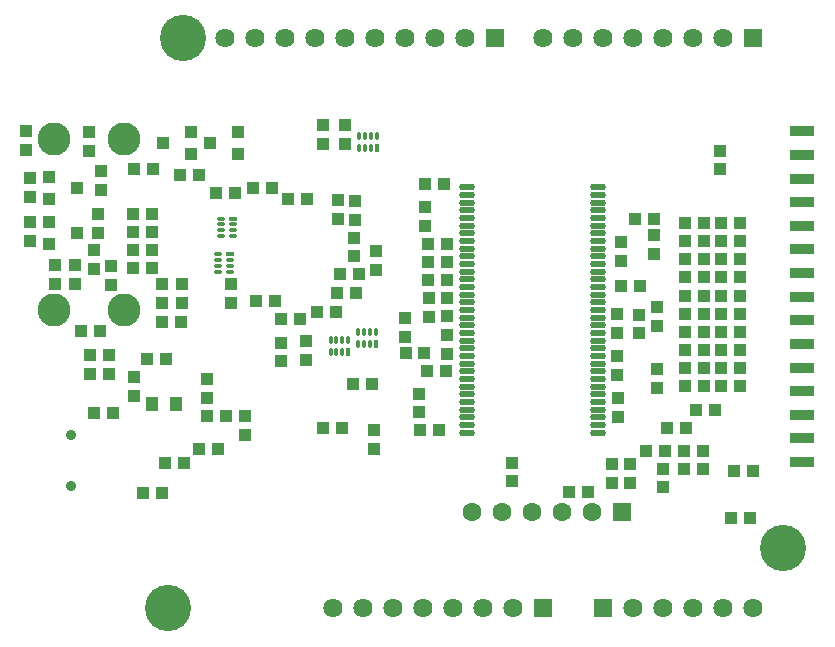
<source format=gbs>
%FSLAX25Y25*%
%MOIN*%
G70*
G01*
G75*
G04 Layer_Color=16711935*
%ADD10O,0.03150X0.01181*%
%ADD11O,0.01181X0.03150*%
%ADD12R,0.09843X0.09843*%
%ADD13R,0.06102X0.02362*%
%ADD14R,0.10236X0.01102*%
%ADD15R,0.05906X0.01181*%
%ADD16R,0.01181X0.05906*%
%ADD17R,0.09843X0.07874*%
%ADD18R,0.09055X0.01969*%
%ADD19R,0.03937X0.03740*%
%ADD20R,0.01870X0.00787*%
%ADD21R,0.03937X0.03937*%
%ADD22R,0.02362X0.03937*%
%ADD23R,0.03937X0.02362*%
%ADD24R,0.03937X0.03937*%
%ADD25O,0.06102X0.00984*%
%ADD26O,0.00984X0.06102*%
%ADD27R,0.19685X0.19685*%
%ADD28R,0.03740X0.03937*%
%ADD29R,0.05512X0.12598*%
%ADD30R,0.03937X0.04724*%
%ADD31R,0.08661X0.07874*%
%ADD32R,0.04724X0.05512*%
%ADD33R,0.09055X0.09055*%
%ADD34O,0.01181X0.03543*%
%ADD35O,0.03543X0.01181*%
%ADD36R,0.02362X0.03150*%
%ADD37R,0.03543X0.03937*%
%ADD38R,0.00984X0.02362*%
%ADD39O,0.00984X0.02362*%
%ADD40R,0.03150X0.02362*%
%ADD41R,0.12598X0.05512*%
%ADD42R,0.02559X0.03543*%
%ADD43R,0.03937X0.03543*%
%ADD44R,0.07874X0.03150*%
%ADD45R,0.03543X0.03150*%
%ADD46C,0.00600*%
%ADD47C,0.01200*%
%ADD48C,0.01000*%
%ADD49C,0.00787*%
%ADD50C,0.00800*%
%ADD51C,0.02000*%
%ADD52C,0.01500*%
%ADD53C,0.15000*%
%ADD54R,0.06000X0.06000*%
%ADD55C,0.06000*%
%ADD56C,0.10600*%
%ADD57C,0.01969*%
%ADD58R,0.05906X0.05906*%
%ADD59C,0.05906*%
%ADD60C,0.02600*%
%ADD61C,0.04000*%
%ADD62R,0.07087X0.12205*%
%ADD63R,0.10236X0.02362*%
%ADD64R,0.14961X0.08268*%
%ADD65R,0.07874X0.17323*%
%ADD66C,0.14998*%
%ADD67C,0.05400*%
%ADD68C,0.10400*%
%ADD69C,0.05943*%
%ADD70C,0.03600*%
%ADD71R,0.05512X0.14173*%
%ADD72R,0.15748X0.08268*%
%ADD73R,0.12205X0.17716*%
%ADD74R,0.19685X0.02756*%
%ADD75R,0.02362X0.00984*%
%ADD76O,0.02362X0.00984*%
%ADD77O,0.04921X0.01772*%
%ADD78R,0.03740X0.03543*%
%ADD79R,0.03740X0.03543*%
%ADD80C,0.00984*%
%ADD81C,0.02362*%
%ADD82C,0.00394*%
%ADD83C,0.00591*%
%ADD84C,0.01181*%
%ADD85C,0.00700*%
%ADD86O,0.03550X0.01581*%
%ADD87O,0.01581X0.03550*%
%ADD88R,0.10243X0.10243*%
%ADD89R,0.06502X0.02762*%
%ADD90R,0.10636X0.01502*%
%ADD91R,0.06306X0.01581*%
%ADD92R,0.01581X0.06306*%
%ADD93R,0.10243X0.08274*%
%ADD94R,0.09455X0.02369*%
%ADD95R,0.04337X0.04140*%
%ADD96R,0.02270X0.01187*%
%ADD97R,0.04337X0.04337*%
%ADD98R,0.02762X0.04337*%
%ADD99R,0.04337X0.02762*%
%ADD100R,0.04337X0.04337*%
%ADD101O,0.06502X0.01384*%
%ADD102O,0.01384X0.06502*%
%ADD103R,0.20085X0.20085*%
%ADD104R,0.04140X0.04337*%
%ADD105R,0.05912X0.12998*%
%ADD106R,0.04337X0.05124*%
%ADD107R,0.09061X0.08274*%
%ADD108R,0.05124X0.05912*%
%ADD109R,0.09455X0.09455*%
%ADD110O,0.01581X0.03943*%
%ADD111O,0.03943X0.01581*%
%ADD112R,0.02762X0.03550*%
%ADD113R,0.03943X0.04337*%
%ADD114R,0.01384X0.02762*%
%ADD115O,0.01384X0.02762*%
%ADD116R,0.03550X0.02762*%
%ADD117R,0.12998X0.05912*%
%ADD118R,0.02959X0.03943*%
%ADD119R,0.04337X0.03943*%
%ADD120R,0.08274X0.03550*%
%ADD121R,0.03943X0.03550*%
%ADD122C,0.15400*%
%ADD123R,0.06400X0.06400*%
%ADD124C,0.06400*%
%ADD125C,0.11000*%
%ADD126C,0.03543*%
%ADD127R,0.06306X0.06306*%
%ADD128C,0.06306*%
%ADD129R,0.02762X0.01384*%
%ADD130O,0.02762X0.01384*%
%ADD131O,0.05321X0.02172*%
%ADD132R,0.04140X0.03943*%
%ADD133R,0.04140X0.03943*%
D95*
X263000Y318650D02*
D03*
Y312350D02*
D03*
X257500Y324850D02*
D03*
Y331150D02*
D03*
X293843Y286150D02*
D03*
Y279851D02*
D03*
X286444Y322607D02*
D03*
Y328906D02*
D03*
X284500Y260350D02*
D03*
Y266650D02*
D03*
X294000Y298650D02*
D03*
Y292350D02*
D03*
X364047Y268371D02*
D03*
Y274670D02*
D03*
X351000Y258850D02*
D03*
Y265150D02*
D03*
X350500Y279150D02*
D03*
Y272850D02*
D03*
X363944Y289135D02*
D03*
Y295434D02*
D03*
X357761Y292991D02*
D03*
Y286692D02*
D03*
X350434Y293150D02*
D03*
Y286851D02*
D03*
X363056Y313291D02*
D03*
Y319590D02*
D03*
X222000Y303150D02*
D03*
Y296850D02*
D03*
X238500Y283650D02*
D03*
Y277350D02*
D03*
X169900Y309350D02*
D03*
Y303050D02*
D03*
X153700Y347950D02*
D03*
Y354250D02*
D03*
X205500Y303150D02*
D03*
Y296850D02*
D03*
X287843Y298552D02*
D03*
Y292253D02*
D03*
X315500Y243650D02*
D03*
Y237350D02*
D03*
X384964Y341350D02*
D03*
Y347649D02*
D03*
D104*
X394750Y225000D02*
D03*
X388450D02*
D03*
X174850Y279500D02*
D03*
X181150D02*
D03*
X211350Y248000D02*
D03*
X217650D02*
D03*
X174850Y273000D02*
D03*
X181150D02*
D03*
X171948Y287434D02*
D03*
X178247D02*
D03*
X287607Y304453D02*
D03*
X293906D02*
D03*
X284850Y254500D02*
D03*
X291150D02*
D03*
X287350Y274000D02*
D03*
X293650D02*
D03*
X292950Y336500D02*
D03*
X286650D02*
D03*
X358090Y302342D02*
D03*
X351791D02*
D03*
X356509Y324851D02*
D03*
X362808D02*
D03*
X257350Y300000D02*
D03*
X263650D02*
D03*
X236650Y297500D02*
D03*
X230350D02*
D03*
X223150Y333500D02*
D03*
X216850D02*
D03*
X235650Y335000D02*
D03*
X229350D02*
D03*
X247150Y331500D02*
D03*
X240850D02*
D03*
X383150Y261000D02*
D03*
X376850D02*
D03*
X373650Y255000D02*
D03*
X367350D02*
D03*
X379150Y241500D02*
D03*
X372850D02*
D03*
X198750Y233400D02*
D03*
X192450D02*
D03*
X195650Y308500D02*
D03*
X189350D02*
D03*
Y326500D02*
D03*
X195650D02*
D03*
X182650Y260000D02*
D03*
X176350D02*
D03*
X268893Y269842D02*
D03*
X262594D02*
D03*
D106*
X203437Y263000D02*
D03*
X195563D02*
D03*
D113*
X280086Y280047D02*
D03*
X286385D02*
D03*
X385350Y293200D02*
D03*
X391650D02*
D03*
X373350D02*
D03*
X379650D02*
D03*
X391650Y299200D02*
D03*
X385350D02*
D03*
X379650D02*
D03*
X373350D02*
D03*
X373350Y305500D02*
D03*
X379650D02*
D03*
X385350D02*
D03*
X391650D02*
D03*
Y311500D02*
D03*
X385350D02*
D03*
X379650D02*
D03*
X373350D02*
D03*
X373350Y269200D02*
D03*
X379650D02*
D03*
X385350D02*
D03*
X391650D02*
D03*
Y275200D02*
D03*
X385350D02*
D03*
X379650D02*
D03*
X373350D02*
D03*
X373350Y317500D02*
D03*
X379650D02*
D03*
X385350D02*
D03*
X391650D02*
D03*
Y323500D02*
D03*
X385350D02*
D03*
X379650D02*
D03*
X373350D02*
D03*
X373350Y281200D02*
D03*
X379650D02*
D03*
X385350D02*
D03*
X391650D02*
D03*
Y287200D02*
D03*
X385350D02*
D03*
X379650D02*
D03*
X373350D02*
D03*
X199850Y243500D02*
D03*
X206150D02*
D03*
X395750Y240900D02*
D03*
X389450D02*
D03*
X379150Y247500D02*
D03*
X372850D02*
D03*
X340846Y233741D02*
D03*
X334546D02*
D03*
X189550Y341600D02*
D03*
X195850D02*
D03*
X220150Y259000D02*
D03*
X213850D02*
D03*
X205150Y290500D02*
D03*
X198850D02*
D03*
X195650Y314500D02*
D03*
X189350D02*
D03*
Y320500D02*
D03*
X195650D02*
D03*
X360350Y247500D02*
D03*
X366650D02*
D03*
X204850Y339500D02*
D03*
X211150D02*
D03*
X193850Y278000D02*
D03*
X200150D02*
D03*
X293922Y316556D02*
D03*
X287623D02*
D03*
X293922Y310658D02*
D03*
X287623D02*
D03*
X256914Y293761D02*
D03*
X250615D02*
D03*
X238670Y291361D02*
D03*
X244969D02*
D03*
X264422Y306453D02*
D03*
X258123D02*
D03*
X258914Y255058D02*
D03*
X252615D02*
D03*
D114*
X270472Y348583D02*
D03*
X261007Y280583D02*
D03*
X270205Y283165D02*
D03*
D115*
X268503Y348583D02*
D03*
X266535D02*
D03*
X264566D02*
D03*
X270472Y352520D02*
D03*
X268503D02*
D03*
X266535D02*
D03*
X264566D02*
D03*
X259039Y280583D02*
D03*
X257070D02*
D03*
X255102D02*
D03*
X261007Y284520D02*
D03*
X259039D02*
D03*
X257070D02*
D03*
X255102D02*
D03*
X268237Y283165D02*
D03*
X266268D02*
D03*
X264300D02*
D03*
X270205Y287102D02*
D03*
X268237D02*
D03*
X266268D02*
D03*
X264300D02*
D03*
D119*
X176100Y314450D02*
D03*
Y308150D02*
D03*
X182000Y302750D02*
D03*
Y309050D02*
D03*
X270400Y314150D02*
D03*
Y307850D02*
D03*
X252500Y356150D02*
D03*
Y349850D02*
D03*
X279954Y285570D02*
D03*
Y291869D02*
D03*
X246924Y284150D02*
D03*
Y277851D02*
D03*
X352000Y310850D02*
D03*
Y317150D02*
D03*
X163400Y303050D02*
D03*
Y309350D02*
D03*
X178600Y340950D02*
D03*
Y334650D02*
D03*
X177600Y326450D02*
D03*
Y320150D02*
D03*
X154900Y332050D02*
D03*
Y338350D02*
D03*
Y317550D02*
D03*
Y323850D02*
D03*
X260000Y356150D02*
D03*
Y349850D02*
D03*
X366000Y235350D02*
D03*
Y241650D02*
D03*
X174600Y353950D02*
D03*
Y347650D02*
D03*
X349000Y236850D02*
D03*
Y243150D02*
D03*
X355000Y243150D02*
D03*
Y236850D02*
D03*
X199000Y303150D02*
D03*
Y296850D02*
D03*
X214000Y271450D02*
D03*
Y265150D02*
D03*
X226500Y252850D02*
D03*
Y259150D02*
D03*
X189500Y265850D02*
D03*
Y272150D02*
D03*
X263239Y330922D02*
D03*
Y324623D02*
D03*
X269729Y254453D02*
D03*
Y248154D02*
D03*
D120*
X412400Y354036D02*
D03*
Y243800D02*
D03*
Y251674D02*
D03*
Y259548D02*
D03*
Y267422D02*
D03*
Y275296D02*
D03*
Y283170D02*
D03*
Y291044D02*
D03*
Y298918D02*
D03*
Y306792D02*
D03*
Y314666D02*
D03*
Y322540D02*
D03*
Y330414D02*
D03*
Y346162D02*
D03*
Y338288D02*
D03*
D122*
X406000Y215000D02*
D03*
X201000Y195000D02*
D03*
X206000Y385000D02*
D03*
D123*
X346000Y195000D02*
D03*
X310000Y385000D02*
D03*
X396000D02*
D03*
X326000Y195000D02*
D03*
D124*
X356000D02*
D03*
X366000D02*
D03*
X376000D02*
D03*
X386000D02*
D03*
X396000D02*
D03*
X300000Y385000D02*
D03*
X290000D02*
D03*
X280000D02*
D03*
X270000D02*
D03*
X260000D02*
D03*
X250000D02*
D03*
X240000D02*
D03*
X230000D02*
D03*
X220000D02*
D03*
X366000D02*
D03*
X356000D02*
D03*
X346000D02*
D03*
X336000D02*
D03*
X326000D02*
D03*
X386000D02*
D03*
X376000D02*
D03*
X296000Y195000D02*
D03*
X286000D02*
D03*
X276000D02*
D03*
X266000D02*
D03*
X256000D02*
D03*
X316000D02*
D03*
X306000D02*
D03*
D125*
X162743Y351443D02*
D03*
X186208D02*
D03*
Y294357D02*
D03*
X162743D02*
D03*
D126*
X168484Y235669D02*
D03*
Y252991D02*
D03*
D127*
X352306Y227178D02*
D03*
D128*
X342306D02*
D03*
X332306D02*
D03*
X322306D02*
D03*
X312306D02*
D03*
X302306D02*
D03*
D129*
X221616Y313007D02*
D03*
X222516Y324972D02*
D03*
D130*
X221616Y311039D02*
D03*
Y309070D02*
D03*
Y307102D02*
D03*
X217679Y313007D02*
D03*
Y311039D02*
D03*
Y309070D02*
D03*
Y307102D02*
D03*
X218580Y319066D02*
D03*
Y321035D02*
D03*
Y323003D02*
D03*
Y324972D02*
D03*
X222516Y319066D02*
D03*
Y321035D02*
D03*
Y323003D02*
D03*
D131*
X344350Y253555D02*
D03*
Y256114D02*
D03*
Y258673D02*
D03*
Y261232D02*
D03*
Y263791D02*
D03*
Y266350D02*
D03*
Y268910D02*
D03*
Y271468D02*
D03*
Y274028D02*
D03*
Y276587D02*
D03*
Y279146D02*
D03*
Y281705D02*
D03*
Y284264D02*
D03*
Y286823D02*
D03*
Y289382D02*
D03*
Y291941D02*
D03*
Y294500D02*
D03*
Y297059D02*
D03*
Y299618D02*
D03*
Y302177D02*
D03*
Y304736D02*
D03*
Y307295D02*
D03*
Y309854D02*
D03*
Y312413D02*
D03*
Y314972D02*
D03*
Y317531D02*
D03*
Y320091D02*
D03*
Y322650D02*
D03*
Y325209D02*
D03*
Y327768D02*
D03*
Y330327D02*
D03*
Y332886D02*
D03*
Y335445D02*
D03*
X300650D02*
D03*
Y332886D02*
D03*
Y330327D02*
D03*
Y327768D02*
D03*
Y325209D02*
D03*
Y322650D02*
D03*
Y320091D02*
D03*
Y317531D02*
D03*
Y314972D02*
D03*
Y312413D02*
D03*
Y309854D02*
D03*
Y307295D02*
D03*
Y304736D02*
D03*
Y302177D02*
D03*
Y299618D02*
D03*
Y297059D02*
D03*
Y294500D02*
D03*
Y291941D02*
D03*
Y289382D02*
D03*
Y286823D02*
D03*
Y284264D02*
D03*
Y281705D02*
D03*
Y279146D02*
D03*
Y276587D02*
D03*
Y274028D02*
D03*
Y271468D02*
D03*
Y268910D02*
D03*
Y266350D02*
D03*
Y263791D02*
D03*
Y261232D02*
D03*
Y258673D02*
D03*
Y256114D02*
D03*
Y253555D02*
D03*
D132*
X161374Y316510D02*
D03*
X170626Y320250D02*
D03*
X161374Y331509D02*
D03*
X170626Y335250D02*
D03*
X199174Y350150D02*
D03*
X208426Y353890D02*
D03*
X224126Y353991D02*
D03*
X214874Y350250D02*
D03*
D133*
X161374Y323990D02*
D03*
Y338990D02*
D03*
X208426Y346410D02*
D03*
X224126Y346510D02*
D03*
M02*

</source>
